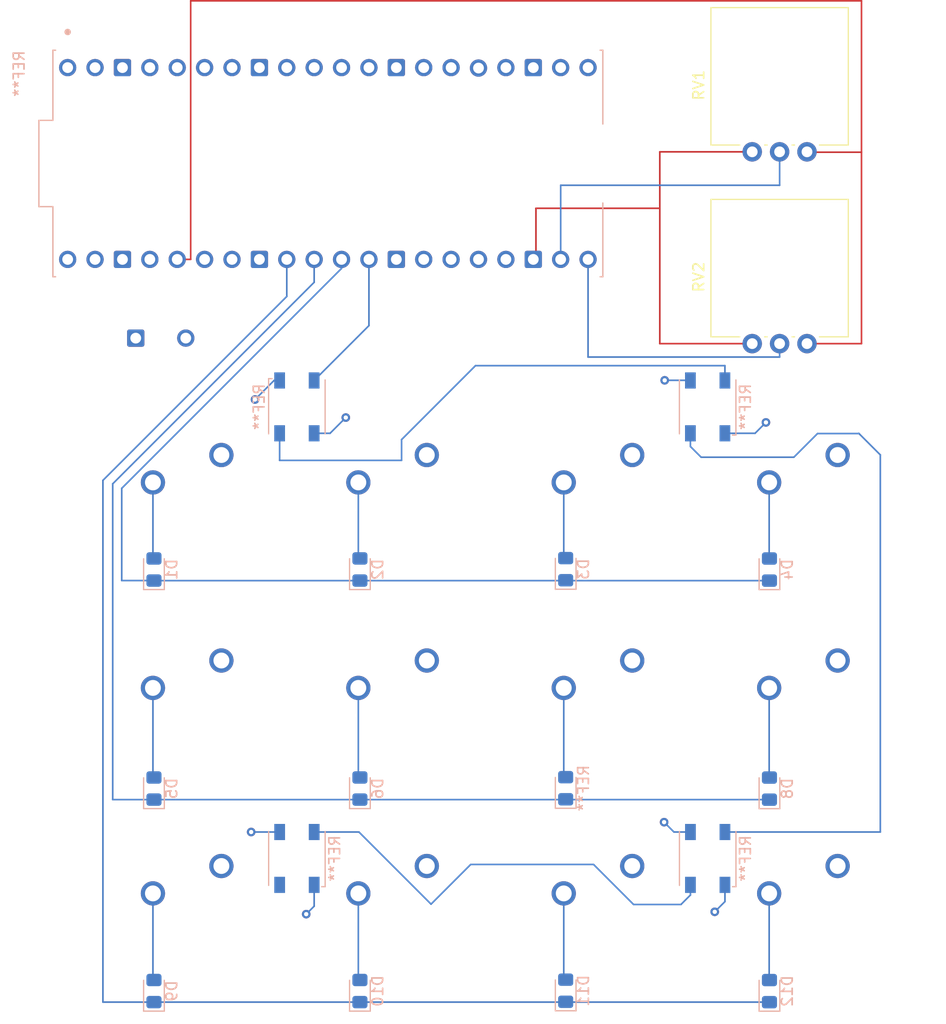
<source format=kicad_pcb>
(kicad_pcb (version 20221018) (generator pcbnew)
  (layers (0 "F.Cu" signal) (1 "In1.Cu" signal) (2 "In2.Cu" signal) (31 "B.Cu" signal) (34 "B.Paste" user) (35 "F.Paste" user) (36 "B.SilkS" user "B.Silkscreen") (37 "F.SilkS" user "F.Silkscreen") (38 "B.Mask" user) (39 "F.Mask" user) (44 "Edge.Cuts" user))
  (net 0 "")
  (footprint "Potentiometer_THT:Potentiometer_Vishay_148-149_Single_Vertical" (layer "F.Cu") (at 167.338021 83.65344 90)
    (fp_text reference "RV2" (at 6.175 -10.04 90) (layer "F.SilkS"))
    (fp_text value "R_Potentiometer")
    (fp_line (start 0.63 -8.91) (end 0.63 -6.235) (stroke (width 0.12)) (layer "F.SilkS"))
    (fp_line (start 0.63 -8.91) (end 13.37 -8.91) (stroke (width 0.12)) (layer "F.SilkS"))
    (fp_line (start 0.63 -3.925) (end 0.63 -3.695) (stroke (width 0.12)) (layer "F.SilkS"))
    (fp_line (start 0.63 -1.384) (end 0.63 -1.155) (stroke (width 0.12)) (layer "F.SilkS"))
    (fp_line (start 0.63 1.155) (end 0.63 3.83) (stroke (width 0.12)) (layer "F.SilkS"))
    (fp_line (start 0.63 3.83) (end 13.37 3.83) (stroke (width 0.12)) (layer "F.SilkS"))
    (fp_line (start 13.37 -8.91) (end 13.37 3.83) (stroke (width 0.12)) (layer "F.SilkS"))
    (pad "1" thru_hole circle (at 0 0 90) (size 1.8 1.8) (drill 1) (layers "*.Cu" "*.Mask"))
    (pad "2" thru_hole circle (at 0 -2.54 90) (size 1.8 1.8) (drill 1) (layers "*.Cu" "*.Mask"))
    (pad "3" thru_hole circle (at 0 -5.08 90) (size 1.8 1.8) (drill 1) (layers "*.Cu" "*.Mask"))
  )
  (footprint "MX_Only:MXOnly-1U-NoLED" (layer "F.Cu") (at 110.49 118.11)
    (fp_text reference "REF**")
    (fp_text value "1U")
    (pad "" np_thru_hole circle (at -5.08 0 48.0996) (size 1.75 1.75) (drill 1.75) (layers "*.Cu" "*.Mask"))
    (pad "" np_thru_hole circle (at 0 0) (size 3.9878 3.9878) (drill 3.9878) (layers "*.Cu" "*.Mask"))
    (pad "" np_thru_hole circle (at 5.08 0 48.0996) (size 1.75 1.75) (drill 1.75) (layers "*.Cu" "*.Mask"))
    (pad "1" thru_hole circle (at -3.81 -2.54) (size 2.25 2.25) (drill 1.47) (layers "*.Cu" "*.Mask"))
    (pad "2" thru_hole circle (at 2.54 -5.08) (size 2.25 2.25) (drill 1.47) (layers "*.Cu" "*.Mask"))
  )
  (footprint "Potentiometer_THT:Potentiometer_Vishay_148-149_Single_Vertical" (layer "F.Cu") (at 167.338021 65.87344 90)
    (fp_text reference "RV1" (at 6.175 -10.04 90) (layer "F.SilkS"))
    (fp_text value "R_Potentiometer")
    (fp_line (start 0.63 -8.91) (end 0.63 -6.235) (stroke (width 0.12)) (layer "F.SilkS"))
    (fp_line (start 0.63 -8.91) (end 13.37 -8.91) (stroke (width 0.12)) (layer "F.SilkS"))
    (fp_line (start 0.63 -3.925) (end 0.63 -3.695) (stroke (width 0.12)) (layer "F.SilkS"))
    (fp_line (start 0.63 -1.384) (end 0.63 -1.155) (stroke (width 0.12)) (layer "F.SilkS"))
    (fp_line (start 0.63 1.155) (end 0.63 3.83) (stroke (width 0.12)) (layer "F.SilkS"))
    (fp_line (start 0.63 3.83) (end 13.37 3.83) (stroke (width 0.12)) (layer "F.SilkS"))
    (fp_line (start 13.37 -8.91) (end 13.37 3.83) (stroke (width 0.12)) (layer "F.SilkS"))
    (pad "1" thru_hole circle (at 0 0 90) (size 1.8 1.8) (drill 1) (layers "*.Cu" "*.Mask"))
    (pad "2" thru_hole circle (at 0 -2.54 90) (size 1.8 1.8) (drill 1) (layers "*.Cu" "*.Mask"))
    (pad "3" thru_hole circle (at 0 -5.08 90) (size 1.8 1.8) (drill 1) (layers "*.Cu" "*.Mask"))
  )
  (footprint "MX_Only:MXOnly-1U-NoLED" (layer "F.Cu") (at 167.64 118.11)
    (fp_text reference "REF**")
    (fp_text value "1U")
    (pad "" np_thru_hole circle (at -5.08 0 48.0996) (size 1.75 1.75) (drill 1.75) (layers "*.Cu" "*.Mask"))
    (pad "" np_thru_hole circle (at 0 0) (size 3.9878 3.9878) (drill 3.9878) (layers "*.Cu" "*.Mask"))
    (pad "" np_thru_hole circle (at 5.08 0 48.0996) (size 1.75 1.75) (drill 1.75) (layers "*.Cu" "*.Mask"))
    (pad "1" thru_hole circle (at -3.81 -2.54) (size 2.25 2.25) (drill 1.47) (layers "*.Cu" "*.Mask"))
    (pad "2" thru_hole circle (at 2.54 -5.08) (size 2.25 2.25) (drill 1.47) (layers "*.Cu" "*.Mask"))
  )
  (footprint "MX_Only:MXOnly-1U-NoLED" (layer "F.Cu") (at 148.59 99.06)
    (fp_text reference "REF**")
    (fp_text value "1U")
    (pad "" np_thru_hole circle (at -5.08 0 48.0996) (size 1.75 1.75) (drill 1.75) (layers "*.Cu" "*.Mask"))
    (pad "" np_thru_hole circle (at 0 0) (size 3.9878 3.9878) (drill 3.9878) (layers "*.Cu" "*.Mask"))
    (pad "" np_thru_hole circle (at 5.08 0 48.0996) (size 1.75 1.75) (drill 1.75) (layers "*.Cu" "*.Mask"))
    (pad "1" thru_hole circle (at -3.81 -2.54) (size 2.25 2.25) (drill 1.47) (layers "*.Cu" "*.Mask"))
    (pad "2" thru_hole circle (at 2.54 -5.08) (size 2.25 2.25) (drill 1.47) (layers "*.Cu" "*.Mask"))
  )
  (footprint "MX_Only:MXOnly-1U-NoLED" (layer "F.Cu") (at 167.64 137.16)
    (fp_text reference "REF**")
    (fp_text value "1U")
    (pad "" np_thru_hole circle (at -5.08 0 48.0996) (size 1.75 1.75) (drill 1.75) (layers "*.Cu" "*.Mask"))
    (pad "" np_thru_hole circle (at 0 0) (size 3.9878 3.9878) (drill 3.9878) (layers "*.Cu" "*.Mask"))
    (pad "" np_thru_hole circle (at 5.08 0 48.0996) (size 1.75 1.75) (drill 1.75) (layers "*.Cu" "*.Mask"))
    (pad "1" thru_hole circle (at -3.81 -2.54) (size 2.25 2.25) (drill 1.47) (layers "*.Cu" "*.Mask"))
    (pad "2" thru_hole circle (at 2.54 -5.08) (size 2.25 2.25) (drill 1.47) (layers "*.Cu" "*.Mask"))
  )
  (footprint "MX_Only:MXOnly-1U-NoLED" (layer "F.Cu") (at 129.54 118.11)
    (fp_text reference "REF**")
    (fp_text value "1U")
    (pad "" np_thru_hole circle (at -5.08 0 48.0996) (size 1.75 1.75) (drill 1.75) (layers "*.Cu" "*.Mask"))
    (pad "" np_thru_hole circle (at 0 0) (size 3.9878 3.9878) (drill 3.9878) (layers "*.Cu" "*.Mask"))
    (pad "" np_thru_hole circle (at 5.08 0 48.0996) (size 1.75 1.75) (drill 1.75) (layers "*.Cu" "*.Mask"))
    (pad "1" thru_hole circle (at -3.81 -2.54) (size 2.25 2.25) (drill 1.47) (layers "*.Cu" "*.Mask"))
    (pad "2" thru_hole circle (at 2.54 -5.08) (size 2.25 2.25) (drill 1.47) (layers "*.Cu" "*.Mask"))
  )
  (footprint "MX_Only:MXOnly-1U-NoLED" (layer "F.Cu") (at 148.59 137.16)
    (fp_text reference "REF**")
    (fp_text value "1U")
    (pad "" np_thru_hole circle (at -5.08 0 48.0996) (size 1.75 1.75) (drill 1.75) (layers "*.Cu" "*.Mask"))
    (pad "" np_thru_hole circle (at 0 0) (size 3.9878 3.9878) (drill 3.9878) (layers "*.Cu" "*.Mask"))
    (pad "" np_thru_hole circle (at 5.08 0 48.0996) (size 1.75 1.75) (drill 1.75) (layers "*.Cu" "*.Mask"))
    (pad "1" thru_hole circle (at -3.81 -2.54) (size 2.25 2.25) (drill 1.47) (layers "*.Cu" "*.Mask"))
    (pad "2" thru_hole circle (at 2.54 -5.08) (size 2.25 2.25) (drill 1.47) (layers "*.Cu" "*.Mask"))
  )
  (footprint "MX_Only:MXOnly-1U-NoLED" (layer "F.Cu") (at 167.64 99.06)
    (fp_text reference "REF**")
    (fp_text value "1U")
    (pad "" np_thru_hole circle (at -5.08 0 48.0996) (size 1.75 1.75) (drill 1.75) (layers "*.Cu" "*.Mask"))
    (pad "" np_thru_hole circle (at 0 0) (size 3.9878 3.9878) (drill 3.9878) (layers "*.Cu" "*.Mask"))
    (pad "" np_thru_hole circle (at 5.08 0 48.0996) (size 1.75 1.75) (drill 1.75) (layers "*.Cu" "*.Mask"))
    (pad "1" thru_hole circle (at -3.81 -2.54) (size 2.25 2.25) (drill 1.47) (layers "*.Cu" "*.Mask"))
    (pad "2" thru_hole circle (at 2.54 -5.08) (size 2.25 2.25) (drill 1.47) (layers "*.Cu" "*.Mask"))
  )
  (footprint "" (layer "F.Cu") (at 109.726565 83.141429)
    (fp_text reference "" (at 0 0) (layer "F.SilkS") (effects (font (size 1.27 1.27))))
    (fp_text value "" (at 0 0) (layer "F.SilkS") (effects (font (size 1.27 1.27))))
    (pad "3" thru_hole circle (at 0 0 270) (size 1.6 1.6) (drill 1) (layers "*.Cu" "*.Mask"))
  )
  (footprint "" (layer "F.Cu") (at 105.085816 83.144984)
    (fp_text reference "" (at 0 0) (layer "F.SilkS") (effects (font (size 1.27 1.27))))
    (fp_text value "" (at 0 0) (layer "F.SilkS") (effects (font (size 1.27 1.27))))
    (pad "1" thru_hole roundrect (at 0 0 270) (size 1.6 1.6) (drill 1) (layers "*.Cu" "*.Mask") (roundrect_rratio 0.125))
  )
  (footprint "MX_Only:MXOnly-1U-NoLED" (layer "F.Cu") (at 110.49 99.06)
    (fp_text reference "M1")
    (fp_text value "1U")
    (pad "" np_thru_hole circle (at -5.08 0 48.0996) (size 1.75 1.75) (drill 1.75) (layers "*.Cu" "*.Mask"))
    (pad "" np_thru_hole circle (at 0 0) (size 3.9878 3.9878) (drill 3.9878) (layers "*.Cu" "*.Mask"))
    (pad "" np_thru_hole circle (at 5.08 0 48.0996) (size 1.75 1.75) (drill 1.75) (layers "*.Cu" "*.Mask"))
    (pad "1" thru_hole circle (at -3.81 -2.54) (size 2.25 2.25) (drill 1.47) (layers "*.Cu" "*.Mask"))
    (pad "2" thru_hole circle (at 2.54 -5.08) (size 2.25 2.25) (drill 1.47) (layers "*.Cu" "*.Mask"))
  )
  (footprint "MX_Only:MXOnly-1U-NoLED" (layer "F.Cu") (at 129.54 99.06)
    (fp_text reference "REF**")
    (fp_text value "1U")
    (pad "" np_thru_hole circle (at -5.08 0 48.0996) (size 1.75 1.75) (drill 1.75) (layers "*.Cu" "*.Mask"))
    (pad "" np_thru_hole circle (at 0 0) (size 3.9878 3.9878) (drill 3.9878) (layers "*.Cu" "*.Mask"))
    (pad "" np_thru_hole circle (at 5.08 0 48.0996) (size 1.75 1.75) (drill 1.75) (layers "*.Cu" "*.Mask"))
    (pad "1" thru_hole circle (at -3.81 -2.54) (size 2.25 2.25) (drill 1.47) (layers "*.Cu" "*.Mask"))
    (pad "2" thru_hole circle (at 2.54 -5.08) (size 2.25 2.25) (drill 1.47) (layers "*.Cu" "*.Mask"))
  )
  (footprint "MX_Only:MXOnly-1U-NoLED" (layer "F.Cu") (at 148.59 118.11)
    (fp_text reference "D7")
    (fp_text value "1U")
    (pad "" np_thru_hole circle (at -5.08 0 48.0996) (size 1.75 1.75) (drill 1.75) (layers "*.Cu" "*.Mask"))
    (pad "" np_thru_hole circle (at 0 0) (size 3.9878 3.9878) (drill 3.9878) (layers "*.Cu" "*.Mask"))
    (pad "" np_thru_hole circle (at 5.08 0 48.0996) (size 1.75 1.75) (drill 1.75) (layers "*.Cu" "*.Mask"))
    (pad "1" thru_hole circle (at -3.81 -2.54) (size 2.25 2.25) (drill 1.47) (layers "*.Cu" "*.Mask"))
    (pad "2" thru_hole circle (at 2.54 -5.08) (size 2.25 2.25) (drill 1.47) (layers "*.Cu" "*.Mask"))
  )
  (footprint "MX_Only:MXOnly-1U-NoLED" (layer "F.Cu") (at 129.54 137.16)
    (fp_text reference "REF**")
    (fp_text value "1U")
    (pad "" np_thru_hole circle (at -5.08 0 48.0996) (size 1.75 1.75) (drill 1.75) (layers "*.Cu" "*.Mask"))
    (pad "" np_thru_hole circle (at 0 0) (size 3.9878 3.9878) (drill 3.9878) (layers "*.Cu" "*.Mask"))
    (pad "" np_thru_hole circle (at 5.08 0 48.0996) (size 1.75 1.75) (drill 1.75) (layers "*.Cu" "*.Mask"))
    (pad "1" thru_hole circle (at -3.81 -2.54) (size 2.25 2.25) (drill 1.47) (layers "*.Cu" "*.Mask"))
    (pad "2" thru_hole circle (at 2.54 -5.08) (size 2.25 2.25) (drill 1.47) (layers "*.Cu" "*.Mask"))
  )
  (footprint "MX_Only:MXOnly-1U-NoLED" (layer "F.Cu") (at 110.49 137.16)
    (fp_text reference "REF**")
    (fp_text value "1U")
    (pad "" np_thru_hole circle (at -5.08 0 48.0996) (size 1.75 1.75) (drill 1.75) (layers "*.Cu" "*.Mask"))
    (pad "" np_thru_hole circle (at 0 0) (size 3.9878 3.9878) (drill 3.9878) (layers "*.Cu" "*.Mask"))
    (pad "" np_thru_hole circle (at 5.08 0 48.0996) (size 1.75 1.75) (drill 1.75) (layers "*.Cu" "*.Mask"))
    (pad "1" thru_hole circle (at -3.81 -2.54) (size 2.25 2.25) (drill 1.47) (layers "*.Cu" "*.Mask"))
    (pad "2" thru_hole circle (at 2.54 -5.08) (size 2.25 2.25) (drill 1.47) (layers "*.Cu" "*.Mask"))
  )
  (footprint "Diode_SMD:D_0805_2012Metric_Pad1.15x1.40mm_HandSolder" (layer "B.Cu") (at 125.876951 143.672317 90)
    (fp_text reference "D10" (at 0 1.65 90) (layer "B.SilkS") (effects (justify mirror)))
    (fp_text value "D10")
    (fp_line (start -1.86 -0.96) (end 1 -0.96) (stroke (width 0.12)) (layer "B.SilkS"))
    (fp_line (start -1.86 0.96) (end -1.86 -0.96) (stroke (width 0.12)) (layer "B.SilkS"))
    (fp_line (start 1 0.96) (end -1.86 0.96) (stroke (width 0.12)) (layer "B.SilkS"))
    (pad "1" smd roundrect (at -1.025 0 90) (size 1.15 1.4) (layers "B.Cu" "B.Paste" "B.Mask") (roundrect_rratio 0.217391))
    (pad "2" smd roundrect (at 1.025 0 90) (size 1.15 1.4) (layers "B.Cu" "B.Paste" "B.Mask") (roundrect_rratio 0.217391))
  )
  (footprint "Diode_SMD:D_0805_2012Metric_Pad1.15x1.40mm_HandSolder" (layer "B.Cu") (at 163.85655 124.905392 90)
    (fp_text reference "D8" (at 0 1.65 90) (layer "B.SilkS") (effects (justify mirror)))
    (fp_text value "D8")
    (fp_line (start -1.86 -0.96) (end 1 -0.96) (stroke (width 0.12)) (layer "B.SilkS"))
    (fp_line (start -1.86 0.96) (end -1.86 -0.96) (stroke (width 0.12)) (layer "B.SilkS"))
    (fp_line (start 1 0.96) (end -1.86 0.96) (stroke (width 0.12)) (layer "B.SilkS"))
    (pad "1" smd roundrect (at -1.025 0 90) (size 1.15 1.4) (layers "B.Cu" "B.Paste" "B.Mask") (roundrect_rratio 0.217391))
    (pad "2" smd roundrect (at 1.025 0 90) (size 1.15 1.4) (layers "B.Cu" "B.Paste" "B.Mask") (roundrect_rratio 0.217391))
  )
  (footprint "LED_SMD:LED_Inolux_IN-PI554FCH_PLCC4_5.0x5.0mm_P3.2mm" (layer "B.Cu") (at 158.126163 89.517807 90)
    (fp_text reference "REF**" (at 0 3.5 90) (layer "B.SilkS") (effects (justify mirror)))
    (fp_text value "LED2")
    (fp_line (start -2.62 2.3) (end -2.62 2.62) (stroke (width 0.12)) (layer "B.SilkS"))
    (fp_line (start -2.62 2.62) (end 2.5 2.62) (stroke (width 0.12)) (layer "B.SilkS"))
    (fp_line (start -2.5 -2.62) (end 2.5 -2.62) (stroke (width 0.12)) (layer "B.SilkS"))
    (pad "1" smd rect (at -2.45 1.6 90) (size 1.5 1) (layers "B.Cu" "B.Paste" "B.Mask"))
    (pad "2" smd rect (at -2.45 -1.6 90) (size 1.5 1) (layers "B.Cu" "B.Paste" "B.Mask"))
    (pad "3" smd rect (at 2.45 -1.6 90) (size 1.5 1) (layers "B.Cu" "B.Paste" "B.Mask"))
    (pad "4" smd rect (at 2.45 1.6 90) (size 1.5 1) (layers "B.Cu" "B.Paste" "B.Mask"))
  )
  (footprint "Diode_SMD:D_0805_2012Metric_Pad1.15x1.40mm_HandSolder" (layer "B.Cu") (at 144.958845 143.641934 90)
    (fp_text reference "D11" (at 0 1.65 90) (layer "B.SilkS") (effects (justify mirror)))
    (fp_text value "D11")
    (fp_line (start -1.86 -0.96) (end 1 -0.96) (stroke (width 0.12)) (layer "B.SilkS"))
    (fp_line (start -1.86 0.96) (end -1.86 -0.96) (stroke (width 0.12)) (layer "B.SilkS"))
    (fp_line (start 1 0.96) (end -1.86 0.96) (stroke (width 0.12)) (layer "B.SilkS"))
    (pad "1" smd roundrect (at -1.025 0 90) (size 1.15 1.4) (layers "B.Cu" "B.Paste" "B.Mask") (roundrect_rratio 0.217391))
    (pad "2" smd roundrect (at 1.025 0 90) (size 1.15 1.4) (layers "B.Cu" "B.Paste" "B.Mask") (roundrect_rratio 0.217391))
  )
  (footprint "Raspberry_Pi_Pico_W_Kicad_Files:MODULE_SC0918" (layer "B.Cu") (at 122.903912 66.955384 -90)
    (fp_text reference "REF**" (at -8.325 28.635 90) (layer "B.SilkS") (effects (justify mirror)))
    (fp_text value "MODULE_SC0918")
    (fp_line (start -10.5 -25.5) (end -10.5 -25.25) (stroke (width 0.127)) (layer "B.SilkS"))
    (fp_line (start -10.5 25.25) (end -10.5 25.5) (stroke (width 0.127)) (layer "B.SilkS"))
    (fp_line (start -10.5 25.5) (end -4 25.5) (stroke (width 0.127)) (layer "B.SilkS"))
    (fp_line (start -4 25.5) (end -4 26.8) (stroke (width 0.127)) (layer "B.SilkS"))
    (fp_line (start -4 26.8) (end 4 26.8) (stroke (width 0.127)) (layer "B.SilkS"))
    (fp_line (start -3.66 -25.5) (end -10.5 -25.5) (stroke (width 0.127)) (layer "B.SilkS"))
    (fp_line (start 4 25.5) (end 10.5 25.5) (stroke (width 0.127)) (layer "B.SilkS"))
    (fp_line (start 4 26.8) (end 4 25.5) (stroke (width 0.127)) (layer "B.SilkS"))
    (fp_line (start 10.5 -25.5) (end 3.66 -25.5) (stroke (width 0.127)) (layer "B.SilkS"))
    (fp_line (start 10.5 -25.5) (end 10.5 -25.25) (stroke (width 0.127)) (layer "B.SilkS"))
    (fp_line (start 10.5 25.5) (end 10.5 25.25) (stroke (width 0.127)) (layer "B.SilkS"))
    (fp_circle (center -12.19 24.13) (end -11.99 24.13) (stroke (width 0.2)) (fill solid) (layer "B.SilkS"))
    (pad "1" thru_hole circle (at -8.89 24.13 270) (size 1.6 1.6) (drill 1) (layers "*.Cu" "*.Mask"))
    (pad "2" thru_hole circle (at -8.89 21.59 270) (size 1.6 1.6) (drill 1) (layers "*.Cu" "*.Mask"))
    (pad "3" thru_hole roundrect (at -8.89 19.05 270) (size 1.6 1.6) (drill 1) (layers "*.Cu" "*.Mask") (roundrect_rratio 0.125))
    (pad "4" thru_hole circle (at -8.89 16.51 270) (size 1.6 1.6) (drill 1) (layers "*.Cu" "*.Mask"))
    (pad "5" thru_hole circle (at -8.89 13.97 270) (size 1.6 1.6) (drill 1) (layers "*.Cu" "*.Mask"))
    (pad "6" thru_hole circle (at -8.89 11.43 270) (size 1.6 1.6) (drill 1) (layers "*.Cu" "*.Mask"))
    (pad "7" thru_hole circle (at -8.89 8.89 270) (size 1.6 1.6) (drill 1) (layers "*.Cu" "*.Mask"))
    (pad "8" thru_hole roundrect (at -8.89 6.35 270) (size 1.6 1.6) (drill 1) (layers "*.Cu" "*.Mask") (roundrect_rratio 0.125))
    (pad "9" thru_hole circle (at -8.89 3.81 270) (size 1.6 1.6) (drill 1) (layers "*.Cu" "*.Mask"))
    (pad "10" thru_hole circle (at -8.89 1.27 270) (size 1.6 1.6) (drill 1) (layers "*.Cu" "*.Mask"))
    (pad "11" thru_hole circle (at -8.89 -1.27 270) (size 1.6 1.6) (drill 1) (layers "*.Cu" "*.Mask"))
    (pad "12" thru_hole circle (at -8.89 -3.81 270) (size 1.6 1.6) (drill 1) (layers "*.Cu" "*.Mask"))
    (pad "13" thru_hole roundrect (at -8.89 -6.35 270) (size 1.6 1.6) (drill 1) (layers "*.Cu" "*.Mask") (roundrect_rratio 0.125))
    (pad "14" thru_hole circle (at -8.89 -8.89 270) (size 1.6 1.6) (drill 1) (layers "*.Cu" "*.Mask"))
    (pad "15" thru_hole circle (at -8.89 -11.43 270) (size 1.6 1.6) (drill 1) (layers "*.Cu" "*.Mask"))
    (pad "16" thru_hole circle (at -8.848119 -13.97 270) (size 1.6 1.6) (drill 1) (layers "*.Cu" "*.Mask"))
    (pad "17" thru_hole circle (at -8.89 -16.51 270) (size 1.6 1.6) (drill 1) (layers "*.Cu" "*.Mask"))
    (pad "18" thru_hole roundrect (at -8.89 -19.05 270) (size 1.6 1.6) (drill 1) (layers "*.Cu" "*.Mask") (roundrect_rratio 0.125))
    (pad "19" thru_hole circle (at -8.89 -21.59 270) (size 1.6 1.6) (drill 1) (layers "*.Cu" "*.Mask"))
    (pad "20" thru_hole circle (at -8.89 -24.13 270) (size 1.6 1.6) (drill 1) (layers "*.Cu" "*.Mask"))
    (pad "21" thru_hole circle (at 8.89 -24.13 270) (size 1.6 1.6) (drill 1) (layers "*.Cu" "*.Mask"))
    (pad "22" thru_hole circle (at 8.89 -21.59 270) (size 1.6 1.6) (drill 1) (layers "*.Cu" "*.Mask"))
    (pad "23" thru_hole roundrect (at 8.89 -19.05 270) (size 1.6 1.6) (drill 1) (layers "*.Cu" "*.Mask") (roundrect_rratio 0.125))
    (pad "24" thru_hole circle (at 8.89 -16.51 270) (size 1.6 1.6) (drill 1) (layers "*.Cu" "*.Mask"))
    (pad "25" thru_hole circle (at 8.89 -13.97 270) (size 1.6 1.6) (drill 1) (layers "*.Cu" "*.Mask"))
    (pad "26" thru_hole circle (at 8.89 -11.43 270) (size 1.6 1.6) (drill 1) (layers "*.Cu" "*.Mask"))
    (pad "27" thru_hole circle (at 8.89 -8.89 270) (size 1.6 1.6) (drill 1) (layers "*.Cu" "*.Mask"))
    (pad "28" thru_hole roundrect (at 8.89 -6.35 270) (size 1.6 1.6) (drill 1) (layers "*.Cu" "*.Mask") (roundrect_rratio 0.125))
    (pad "29" thru_hole circle (at 8.89 -3.81 270) (size 1.6 1.6) (drill 1) (layers "*.Cu" "*.Mask"))
    (pad "30" thru_hole circle (at 8.89 -1.27 270) (size 1.6 1.6) (drill 1) (layers "*.Cu" "*.Mask"))
    (pad "31" thru_hole circle (at 8.89 1.27 270) (size 1.6 1.6) (drill 1) (layers "*.Cu" "*.Mask"))
    (pad "32" thru_hole circle (at 8.89 3.81 270) (size 1.6 1.6) (drill 1) (layers "*.Cu" "*.Mask"))
    (pad "33" thru_hole roundrect (at 8.89 6.35 270) (size 1.6 1.6) (drill 1) (layers "*.Cu" "*.Mask") (roundrect_rratio 0.125))
    (pad "34" thru_hole circle (at 8.89 8.89 270) (size 1.6 1.6) (drill 1) (layers "*.Cu" "*.Mask"))
    (pad "35" thru_hole circle (at 8.89 11.43 270) (size 1.6 1.6) (drill 1) (layers "*.Cu" "*.Mask"))
    (pad "36" thru_hole circle (at 8.89 13.97 270) (size 1.6 1.6) (drill 1) (layers "*.Cu" "*.Mask"))
    (pad "37" thru_hole circle (at 8.89 16.51 270) (size 1.6 1.6) (drill 1) (layers "*.Cu" "*.Mask"))
    (pad "38" thru_hole roundrect (at 8.89 19.05 270) (size 1.6 1.6) (drill 1) (layers "*.Cu" "*.Mask") (roundrect_rratio 0.125))
    (pad "39" thru_hole circle (at 8.89 21.59 270) (size 1.6 1.6) (drill 1) (layers "*.Cu" "*.Mask"))
    (pad "40" thru_hole circle (at 8.89 24.13 270) (size 1.6 1.6) (drill 1) (layers "*.Cu" "*.Mask"))
  )
  (footprint "Diode_SMD:D_0805_2012Metric_Pad1.15x1.40mm_HandSolder" (layer "B.Cu") (at 125.876951 124.898938 90)
    (fp_text reference "D6" (at 0 1.65 90) (layer "B.SilkS") (effects (justify mirror)))
    (fp_text value "D6")
    (fp_line (start -1.86 -0.96) (end 1 -0.96) (stroke (width 0.12)) (layer "B.SilkS"))
    (fp_line (start -1.86 0.96) (end -1.86 -0.96) (stroke (width 0.12)) (layer "B.SilkS"))
    (fp_line (start 1 0.96) (end -1.86 0.96) (stroke (width 0.12)) (layer "B.SilkS"))
    (pad "1" smd roundrect (at -1.025 0 90) (size 1.15 1.4) (layers "B.Cu" "B.Paste" "B.Mask") (roundrect_rratio 0.217391))
    (pad "2" smd roundrect (at 1.025 0 90) (size 1.15 1.4) (layers "B.Cu" "B.Paste" "B.Mask") (roundrect_rratio 0.217391))
  )
  (footprint "Diode_SMD:D_0805_2012Metric_Pad1.15x1.40mm_HandSolder" (layer "B.Cu") (at 106.776639 124.898938 90)
    (fp_text reference "D5" (at 0 1.65 90) (layer "B.SilkS") (effects (justify mirror)))
    (fp_text value "D5")
    (fp_line (start -1.86 -0.96) (end 1 -0.96) (stroke (width 0.12)) (layer "B.SilkS"))
    (fp_line (start -1.86 0.96) (end -1.86 -0.96) (stroke (width 0.12)) (layer "B.SilkS"))
    (fp_line (start 1 0.96) (end -1.86 0.96) (stroke (width 0.12)) (layer "B.SilkS"))
    (pad "1" smd roundrect (at -1.025 0 90) (size 1.15 1.4) (layers "B.Cu" "B.Paste" "B.Mask") (roundrect_rratio 0.217391))
    (pad "2" smd roundrect (at 1.025 0 90) (size 1.15 1.4) (layers "B.Cu" "B.Paste" "B.Mask") (roundrect_rratio 0.217391))
  )
  (footprint "Diode_SMD:D_0805_2012Metric_Pad1.15x1.40mm_HandSolder" (layer "B.Cu") (at 144.958845 104.562249 90)
    (fp_text reference "D3" (at 0 1.65 90) (layer "B.SilkS") (effects (justify mirror)))
    (fp_text value "D3")
    (fp_line (start -1.86 -0.96) (end 1 -0.96) (stroke (width 0.12)) (layer "B.SilkS"))
    (fp_line (start -1.86 0.96) (end -1.86 -0.96) (stroke (width 0.12)) (layer "B.SilkS"))
    (fp_line (start 1 0.96) (end -1.86 0.96) (stroke (width 0.12)) (layer "B.SilkS"))
    (pad "1" smd roundrect (at -1.025 0 90) (size 1.15 1.4) (layers "B.Cu" "B.Paste" "B.Mask") (roundrect_rratio 0.217391))
    (pad "2" smd roundrect (at 1.025 0 90) (size 1.15 1.4) (layers "B.Cu" "B.Paste" "B.Mask") (roundrect_rratio 0.217391))
  )
  (footprint "LED_SMD:LED_Inolux_IN-PI554FCH_PLCC4_5.0x5.0mm_P3.2mm" (layer "B.Cu") (at 120.03341 131.378548 90)
    (fp_text reference "REF**" (at 0 3.5 90) (layer "B.SilkS") (effects (justify mirror)))
    (fp_text value "LED")
    (fp_line (start -2.62 2.3) (end -2.62 2.62) (stroke (width 0.12)) (layer "B.SilkS"))
    (fp_line (start -2.62 2.62) (end 2.5 2.62) (stroke (width 0.12)) (layer "B.SilkS"))
    (fp_line (start -2.5 -2.62) (end 2.5 -2.62) (stroke (width 0.12)) (layer "B.SilkS"))
    (pad "1" smd rect (at -2.45 1.6 90) (size 1.5 1) (layers "B.Cu" "B.Paste" "B.Mask"))
    (pad "2" smd rect (at -2.45 -1.6 90) (size 1.5 1) (layers "B.Cu" "B.Paste" "B.Mask"))
    (pad "3" smd rect (at 2.45 -1.6 90) (size 1.5 1) (layers "B.Cu" "B.Paste" "B.Mask"))
    (pad "4" smd rect (at 2.45 1.6 90) (size 1.5 1) (layers "B.Cu" "B.Paste" "B.Mask"))
  )
  (footprint "Diode_SMD:D_0805_2012Metric_Pad1.15x1.40mm_HandSolder" (layer "B.Cu") (at 125.876951 104.592632 90)
    (fp_text reference "D2" (at 0 1.65 90) (layer "B.SilkS") (effects (justify mirror)))
    (fp_text value "D2")
    (fp_line (start -1.86 -0.96) (end 1 -0.96) (stroke (width 0.12)) (layer "B.SilkS"))
    (fp_line (start -1.86 0.96) (end -1.86 -0.96) (stroke (width 0.12)) (layer "B.SilkS"))
    (fp_line (start 1 0.96) (end -1.86 0.96) (stroke (width 0.12)) (layer "B.SilkS"))
    (pad "1" smd roundrect (at -1.025 0 90) (size 1.15 1.4) (layers "B.Cu" "B.Paste" "B.Mask") (roundrect_rratio 0.217391))
    (pad "2" smd roundrect (at 1.025 0 90) (size 1.15 1.4) (layers "B.Cu" "B.Paste" "B.Mask") (roundrect_rratio 0.217391))
  )
  (footprint "Diode_SMD:D_0805_2012Metric_Pad1.15x1.40mm_HandSolder" (layer "B.Cu") (at 106.776639 104.592632 90)
    (fp_text reference "D1" (at 0 1.65 90) (layer "B.SilkS") (effects (justify mirror)))
    (fp_text value "D1")
    (fp_line (start -1.86 -0.96) (end 1 -0.96) (stroke (width 0.12)) (layer "B.SilkS"))
    (fp_line (start -1.86 0.96) (end -1.86 -0.96) (stroke (width 0.12)) (layer "B.SilkS"))
    (fp_line (start 1 0.96) (end -1.86 0.96) (stroke (width 0.12)) (layer "B.SilkS"))
    (pad "1" smd roundrect (at -1.025 0 90) (size 1.15 1.4) (layers "B.Cu" "B.Paste" "B.Mask") (roundrect_rratio 0.217391))
    (pad "2" smd roundrect (at 1.025 0 90) (size 1.15 1.4) (layers "B.Cu" "B.Paste" "B.Mask") (roundrect_rratio 0.217391))
  )
  (footprint "LED_SMD:LED_Inolux_IN-PI554FCH_PLCC4_5.0x5.0mm_P3.2mm" (layer "B.Cu") (at 120.030127 89.517807 -90)
    (fp_text reference "REF**" (at 0 3.5 90) (layer "B.SilkS") (effects (justify mirror)))
    (fp_text value "LED1")
    (fp_line (start -2.62 2.3) (end -2.62 2.62) (stroke (width 0.12)) (layer "B.SilkS"))
    (fp_line (start -2.62 2.62) (end 2.5 2.62) (stroke (width 0.12)) (layer "B.SilkS"))
    (fp_line (start -2.5 -2.62) (end 2.5 -2.62) (stroke (width 0.12)) (layer "B.SilkS"))
    (pad "1" smd rect (at -2.45 1.6 270) (size 1.5 1) (layers "B.Cu" "B.Paste" "B.Mask"))
    (pad "2" smd rect (at -2.45 -1.6 270) (size 1.5 1) (layers "B.Cu" "B.Paste" "B.Mask"))
    (pad "3" smd rect (at 2.45 -1.6 270) (size 1.5 1) (layers "B.Cu" "B.Paste" "B.Mask"))
    (pad "4" smd rect (at 2.45 1.6 270) (size 1.5 1) (layers "B.Cu" "B.Paste" "B.Mask"))
  )
  (footprint "Diode_SMD:D_0805_2012Metric_Pad1.15x1.40mm_HandSolder" (layer "B.Cu") (at 163.85655 143.678771 90)
    (fp_text reference "D12" (at 0 1.65 90) (layer "B.SilkS") (effects (justify mirror)))
    (fp_text value "D12.")
    (fp_line (start -1.86 -0.96) (end 1 -0.96) (stroke (width 0.12)) (layer "B.SilkS"))
    (fp_line (start -1.86 0.96) (end -1.86 -0.96) (stroke (width 0.12)) (layer "B.SilkS"))
    (fp_line (start 1 0.96) (end -1.86 0.96) (stroke (width 0.12)) (layer "B.SilkS"))
    (pad "1" smd roundrect (at -1.025 0 90) (size 1.15 1.4) (layers "B.Cu" "B.Paste" "B.Mask") (roundrect_rratio 0.217391))
    (pad "2" smd roundrect (at 1.025 0 90) (size 1.15 1.4) (layers "B.Cu" "B.Paste" "B.Mask") (roundrect_rratio 0.217391))
  )
  (footprint "Diode_SMD:D_0805_2012Metric_Pad1.15x1.40mm_HandSolder" (layer "B.Cu") (at 163.85655 104.599086 90)
    (fp_text reference "D4" (at 0 1.65 90) (layer "B.SilkS") (effects (justify mirror)))
    (fp_text value "D4")
    (fp_line (start -1.86 -0.96) (end 1 -0.96) (stroke (width 0.12)) (layer "B.SilkS"))
    (fp_line (start -1.86 0.96) (end -1.86 -0.96) (stroke (width 0.12)) (layer "B.SilkS"))
    (fp_line (start 1 0.96) (end -1.86 0.96) (stroke (width 0.12)) (layer "B.SilkS"))
    (pad "1" smd roundrect (at -1.025 0 90) (size 1.15 1.4) (layers "B.Cu" "B.Paste" "B.Mask") (roundrect_rratio 0.217391))
    (pad "2" smd roundrect (at 1.025 0 90) (size 1.15 1.4) (layers "B.Cu" "B.Paste" "B.Mask") (roundrect_rratio 0.217391))
  )
  (footprint "Diode_SMD:D_0805_2012Metric_Pad1.15x1.40mm_HandSolder" (layer "B.Cu") (at 106.776639 143.672317 90)
    (fp_text reference "D9" (at 0 1.65 90) (layer "B.SilkS") (effects (justify mirror)))
    (fp_text value "D9")
    (fp_line (start -1.86 -0.96) (end 1 -0.96) (stroke (width 0.12)) (layer "B.SilkS"))
    (fp_line (start -1.86 0.96) (end -1.86 -0.96) (stroke (width 0.12)) (layer "B.SilkS"))
    (fp_line (start 1 0.96) (end -1.86 0.96) (stroke (width 0.12)) (layer "B.SilkS"))
    (pad "1" smd roundrect (at -1.025 0 90) (size 1.15 1.4) (layers "B.Cu" "B.Paste" "B.Mask") (roundrect_rratio 0.217391))
    (pad "2" smd roundrect (at 1.025 0 90) (size 1.15 1.4) (layers "B.Cu" "B.Paste" "B.Mask") (roundrect_rratio 0.217391))
  )
  (footprint "Diode_SMD:D_0805_2012Metric_Pad1.15x1.40mm_HandSolder" (layer "B.Cu") (at 144.958845 124.868555 90)
    (fp_text reference "REF**" (at 0 1.65 90) (layer "B.SilkS") (effects (justify mirror)))
    (fp_text value "D7")
    (fp_line (start -1.86 -0.96) (end 1 -0.96) (stroke (width 0.12)) (layer "B.SilkS"))
    (fp_line (start -1.86 0.96) (end -1.86 -0.96) (stroke (width 0.12)) (layer "B.SilkS"))
    (fp_line (start 1 0.96) (end -1.86 0.96) (stroke (width 0.12)) (layer "B.SilkS"))
    (pad "1" smd roundrect (at -1.025 0 90) (size 1.15 1.4) (layers "B.Cu" "B.Paste" "B.Mask") (roundrect_rratio 0.217391))
    (pad "2" smd roundrect (at 1.025 0 90) (size 1.15 1.4) (layers "B.Cu" "B.Paste" "B.Mask") (roundrect_rratio 0.217391))
  )
  (footprint "LED_SMD:LED_Inolux_IN-PI554FCH_PLCC4_5.0x5.0mm_P3.2mm" (layer "B.Cu") (at 158.129446 131.378548 90)
    (fp_text reference "REF**" (at 0 3.5 90) (layer "B.SilkS") (effects (justify mirror)))
    (fp_text value "LED3")
    (fp_line (start -2.62 2.3) (end -2.62 2.62) (stroke (width 0.12)) (layer "B.SilkS"))
    (fp_line (start -2.62 2.62) (end 2.5 2.62) (stroke (width 0.12)) (layer "B.SilkS"))
    (fp_line (start -2.5 -2.62) (end 2.5 -2.62) (stroke (width 0.12)) (layer "B.SilkS"))
    (pad "1" smd rect (at -2.45 1.6 90) (size 1.5 1) (layers "B.Cu" "B.Paste" "B.Mask"))
    (pad "2" smd rect (at -2.45 -1.6 90) (size 1.5 1) (layers "B.Cu" "B.Paste" "B.Mask"))
    (pad "3" smd rect (at 2.45 -1.6 90) (size 1.5 1) (layers "B.Cu" "B.Paste" "B.Mask"))
    (pad "4" smd rect (at 2.45 1.6 90) (size 1.5 1) (layers "B.Cu" "B.Paste" "B.Mask"))
  )
  (segment (start 110.180088 75.845384) (end 108.933912 75.845384) (width 0.15) (layer "F.Cu") (net 0))
  (segment (start 110.180088 51.873164) (end 110.180088 75.845384) (width 0.15) (layer "F.Cu") (net 0))
  (segment (start 153.687931 83.65344) (end 162.258021 83.65344) (width 0.15) (layer "F.Cu") (net 0))
  (segment (start 142.200318 71.10774) (end 142.200318 75.598978) (width 0.15) (layer "F.Cu") (net 0))
  (segment (start 167.338021 83.65344) (end 172.392342 83.65344) (width 0.15) (layer "F.Cu") (net 0))
  (segment (start 164.798021 68.744057) (end 164.795744 68.746334) (width 0) (layer "F.Cu") (net 0))
  (segment (start 168.239789 65.908822) (end 172.38911 65.908822) (width 0.15) (layer "F.Cu") (net 0))
  (segment (start 153.687931 71.10774) (end 153.645856 71.149814) (width 0) (layer "F.Cu") (net 0))
  (segment (start 142.200318 75.598978) (end 141.953912 75.845384) (width 0) (layer "F.Cu") (net 0))
  (segment (start 153.687931 71.10774) (end 142.200318 71.10774) (width 0.15) (layer "F.Cu") (net 0))
  (segment (start 153.687931 65.87344) (end 153.687931 83.65344) (width 0.15) (layer "F.Cu") (net 0))
  (segment (start 172.392342 51.873164) (end 110.180088 51.873164) (width 0.15) (layer "F.Cu") (net 0))
  (segment (start 172.392342 51.873164) (end 172.392342 83.65344) (width 0.15) (layer "F.Cu") (net 0))
  (segment (start 162.258021 65.87344) (end 153.687931 65.87344) (width 0.15) (layer "F.Cu") (net 0))
  (via (at 120.89652 136.542477) (size 0.8) (drill 0.4) (layers "F.Cu" "B.Cu") (net 0))
  (via (at 163.530752 90.958028) (size 0.8) (drill 0.4) (layers "F.Cu" "B.Cu") (net 0))
  (via (at 116.147391 88.835311) (size 0.8) (drill 0.4) (layers "F.Cu" "B.Cu") (net 0))
  (via (at 115.791026 128.928548) (size 0.8) (drill 0.4) (layers "F.Cu" "B.Cu") (net 0))
  (via (at 158.781623 136.326608) (size 0.8) (drill 0.4) (layers "F.Cu" "B.Cu") (net 0))
  (via (at 154.08646 128.015631) (size 0.8) (drill 0.4) (layers "F.Cu" "B.Cu") (net 0))
  (via (at 154.140428 87.054388) (size 0.8) (drill 0.4) (layers "F.Cu" "B.Cu") (net 0))
  (via (at 124.566302 90.5083) (size 0.8) (drill 0.4) (layers "F.Cu" "B.Cu") (net 0))
  (segment (start 159.726163 87.067807) (end 159.726163 85.696007) (width 0.15) (layer "B.Cu") (net 0))
  (segment (start 156.529446 133.828548) (end 156.529446 134.768356) (width 0.15) (layer "B.Cu") (net 0))
  (segment (start 106.776639 105.617632) (end 103.786375 105.617632) (width 0.15) (layer "B.Cu") (net 0))
  (segment (start 126.713912 75.845384) (end 126.713912 81.984022) (width 0.15) (layer "B.Cu") (net 0))
  (segment (start 118.430127 94.479199) (end 118.430127 91.967807) (width 0.15) (layer "B.Cu") (net 0))
  (segment (start 144.78 123.66471) (end 144.958845 123.843555) (width 0) (layer "B.Cu") (net 0))
  (segment (start 125.73 115.57) (end 125.73 123.726987) (width 0.15) (layer "B.Cu") (net 0))
  (segment (start 119.093912 79.278369) (end 102.042699 96.329582) (width 0.15) (layer "B.Cu") (net 0))
  (segment (start 129.739569 94.479199) (end 118.430127 94.479199) (width 0.15) (layer "B.Cu") (net 0))
  (segment (start 144.78 96.52) (end 144.78 103.358404) (width 0.15) (layer "B.Cu") (net 0))
  (segment (start 164.798021 68.973338) (end 144.493912 68.973338) (width 0.15) (layer "B.Cu") (net 0))
  (segment (start 154.08646 128.015631) (end 154.999377 128.928548) (width 0.15) (layer "B.Cu") (net 0))
  (segment (start 147.542214 131.935619) (end 136.151788 131.935619) (width 0.15) (layer "B.Cu") (net 0))
  (segment (start 106.68 123.777299) (end 106.776639 123.873938) (width 0) (layer "B.Cu") (net 0))
  (segment (start 142.225102 58.405102) (end 142.24 58.42) (width 0) (layer "B.Cu") (net 0))
  (segment (start 119.093912 75.845384) (end 119.093912 79.278369) (width 0.15) (layer "B.Cu") (net 0))
  (segment (start 163.83 115.57) (end 163.83 123.853842) (width 0.15) (layer "B.Cu") (net 0))
  (segment (start 132.47228 135.615127) (end 125.785701 128.928548) (width 0.15) (layer "B.Cu") (net 0))
  (segment (start 159.726163 85.696007) (end 136.593768 85.696007) (width 0.15) (layer "B.Cu") (net 0))
  (segment (start 92.535848 91.747905) (end 92.497927 91.785826) (width 0) (layer "B.Cu") (net 0))
  (segment (start 174.139218 128.928548) (end 159.729446 128.928548) (width 0.15) (layer "B.Cu") (net 0))
  (segment (start 123.106795 91.967807) (end 124.566302 90.5083) (width 0.15) (layer "B.Cu") (net 0))
  (segment (start 102.950244 96.650942) (end 102.950244 125.923938) (width 0.15) (layer "B.Cu") (net 0))
  (segment (start 136.593768 85.696007) (end 129.739569 92.550206) (width 0.15) (layer "B.Cu") (net 0))
  (segment (start 125.73 103.420681) (end 125.876951 103.567632) (width 0) (layer "B.Cu") (net 0))
  (segment (start 163.850096 125.923938) (end 163.85655 125.930392) (width 0) (layer "B.Cu") (net 0))
  (segment (start 102.042699 144.697317) (end 106.776639 144.697317) (width 0.15) (layer "B.Cu") (net 0))
  (segment (start 154.999377 128.928548) (end 156.529446 128.928548) (width 0.15) (layer "B.Cu") (net 0))
  (segment (start 136.151788 131.935619) (end 132.47228 135.615127) (width 0.15) (layer "B.Cu") (net 0))
  (segment (start 144.493912 68.973338) (end 144.493912 75.845384) (width 0.15) (layer "B.Cu") (net 0))
  (segment (start 163.966788 103.509787) (end 163.83 103.372999) (width 0.25) (layer "B.Cu") (net 0))
  (segment (start 164.798021 65.87344) (end 164.798021 68.973338) (width 0.15) (layer "B.Cu") (net 0))
  (segment (start 129.739569 92.550206) (end 129.739569 94.479199) (width 0.15) (layer "B.Cu") (net 0))
  (segment (start 163.83 103.547536) (end 163.85655 103.574086) (width 0) (layer "B.Cu") (net 0))
  (segment (start 172.137759 91.967807) (end 172.233944 92.063992) (width 0.15) (layer "B.Cu") (net 0))
  (segment (start 125.73 96.52) (end 125.73 103.420681) (width 0.15) (layer "B.Cu") (net 0))
  (segment (start 147.033912 84.898512) (end 147.033912 75.845384) (width 0.15) (layer "B.Cu") (net 0))
  (segment (start 103.786375 97.069008) (end 124.173912 76.681471) (width 0.15) (layer "B.Cu") (net 0))
  (segment (start 125.922723 103.482158) (end 125.73 103.289435) (width 0.25) (layer "B.Cu") (net 0))
  (segment (start 164.798021 84.898512) (end 147.033912 84.898512) (width 0.15) (layer "B.Cu") (net 0))
  (segment (start 157.520968 94.184578) (end 166.119771 94.184578) (width 0.15) (layer "B.Cu") (net 0))
  (segment (start 125.73 142.500366) (end 125.876951 142.647317) (width 0) (layer "B.Cu") (net 0))
  (segment (start 163.83 134.62) (end 163.83 142.627221) (width 0.15) (layer "B.Cu") (net 0))
  (segment (start 156.526163 91.967807) (end 156.526163 93.189773) (width 0.15) (layer "B.Cu") (net 0))
  (segment (start 125.785701 128.928548) (end 121.63341 128.928548) (width 0.15) (layer "B.Cu") (net 0))
  (segment (start 180.248753 92.51612) (end 180.229207 92.535666) (width 0) (layer "B.Cu") (net 0))
  (segment (start 102.950244 125.923938) (end 106.776639 125.923938) (width 0.15) (layer "B.Cu") (net 0))
  (segment (start 106.68 103.470993) (end 106.68 96.52) (width 0.15) (layer "B.Cu") (net 0))
  (segment (start 125.73 134.62) (end 125.73 142.500366) (width 0.15) (layer "B.Cu") (net 0))
  (segment (start 151.255707 135.649112) (end 147.542214 131.935619) (width 0.15) (layer "B.Cu") (net 0))
  (segment (start 168.314444 91.989905) (end 172.159857 91.989905) (width 0.15) (layer "B.Cu") (net 0))
  (segment (start 155.64869 135.649112) (end 151.255707 135.649112) (width 0.15) (layer "B.Cu") (net 0))
  (segment (start 164.798021 83.65344) (end 164.798021 84.495073) (width 0) (layer "B.Cu") (net 0))
  (segment (start 159.726163 91.967807) (end 162.520973 91.967807) (width 0.15) (layer "B.Cu") (net 0))
  (segment (start 172.159857 91.989905) (end 172.233944 92.063992) (width 0) (layer "B.Cu") (net 0))
  (segment (start 115.791026 128.928548) (end 118.43341 128.928548) (width 0.15) (layer "B.Cu") (net 0))
  (segment (start 125.73 123.726987) (end 125.876951 123.873938) (width 0) (layer "B.Cu") (net 0))
  (segment (start 117.914895 87.067807) (end 118.430127 87.067807) (width 0.15) (layer "B.Cu") (net 0))
  (segment (start 156.512744 87.054388) (end 156.526163 87.067807) (width 0.25) (layer "B.Cu") (net 0))
  (segment (start 144.78 115.57) (end 144.78 123.66471) (width 0.15) (layer "B.Cu") (net 0))
  (segment (start 98.303194 125.930392) (end 98.286901 125.914099) (width 0) (layer "B.Cu") (net 0))
  (segment (start 124.173912 76.681471) (end 124.173912 75.845384) (width 0.15) (layer "B.Cu") (net 0))
  (segment (start 159.729446 135.378785) (end 159.729446 133.828548) (width 0.15) (layer "B.Cu") (net 0))
  (segment (start 106.785526 103.457437) (end 106.68 103.351911) (width 0.25) (layer "B.Cu") (net 0))
  (segment (start 106.783093 105.624086) (end 106.776639 105.617632) (width 0) (layer "B.Cu") (net 0))
  (segment (start 121.63341 133.828548) (end 121.63341 135.805587) (width 0.15) (layer "B.Cu") (net 0))
  (segment (start 144.78 103.358404) (end 144.958845 103.537249) (width 0) (layer "B.Cu") (net 0))
  (segment (start 166.119771 94.184578) (end 168.314444 91.989905) (width 0.15) (layer "B.Cu") (net 0))
  (segment (start 180.248753 79.232162) (end 180.235902 79.219311) (width 0) (layer "B.Cu") (net 0))
  (segment (start 121.630127 91.967807) (end 123.106795 91.967807) (width 0.15) (layer "B.Cu") (net 0))
  (segment (start 172.233944 92.063992) (end 174.139218 93.969266) (width 0.15) (layer "B.Cu") (net 0))
  (segment (start 99.227334 105.624086) (end 99.216584 105.634836) (width 0) (layer "B.Cu") (net 0))
  (segment (start 106.776639 125.923938) (end 163.850096 125.923938) (width 0.15) (layer "B.Cu") (net 0))
  (segment (start 98.286901 126.314137) (end 98.293807 126.321043) (width 0) (layer "B.Cu") (net 0))
  (segment (start 116.147391 88.835311) (end 117.914895 87.067807) (width 0.15) (layer "B.Cu") (net 0))
  (segment (start 99.707911 88.346965) (end 99.692971 88.332025) (width 0) (layer "B.Cu") (net 0))
  (segment (start 144.78 134.62) (end 144.78 142.438089) (width 0.15) (layer "B.Cu") (net 0))
  (segment (start 106.68 134.62) (end 106.68 142.550678) (width 0.15) (layer "B.Cu") (net 0))
  (segment (start 145.013826 103.399274) (end 144.78 103.165448) (width 0.25) (layer "B.Cu") (net 0))
  (segment (start 162.520973 91.967807) (end 163.530752 90.958028) (width 0.15) (layer "B.Cu") (net 0))
  (segment (start 121.633912 77.967274) (end 102.950244 96.650942) (width 0.15) (layer "B.Cu") (net 0))
  (segment (start 163.83 142.627221) (end 163.85655 142.653771) (width 0) (layer "B.Cu") (net 0))
  (segment (start 121.633912 75.845384) (end 121.633912 77.967274) (width 0.15) (layer "B.Cu") (net 0))
  (segment (start 163.83 96.52) (end 163.83 103.547536) (width 0.15) (layer "B.Cu") (net 0))
  (segment (start 103.786375 105.617632) (end 103.786375 97.069008) (width 0.15) (layer "B.Cu") (net 0))
  (segment (start 164.798021 84.495073) (end 164.798021 84.898512) (width 0.15) (layer "B.Cu") (net 0))
  (segment (start 126.713912 81.984022) (end 121.630127 87.067807) (width 0.15) (layer "B.Cu") (net 0))
  (segment (start 154.140428 87.054388) (end 156.512744 87.054388) (width 0.15) (layer "B.Cu") (net 0))
  (segment (start 106.68 115.57) (end 106.68 123.777299) (width 0.15) (layer "B.Cu") (net 0))
  (segment (start 156.526163 93.189773) (end 157.520968 94.184578) (width 0.15) (layer "B.Cu") (net 0))
  (segment (start 163.85655 105.624086) (end 106.783093 105.624086) (width 0.15) (layer "B.Cu") (net 0))
  (segment (start 174.139218 93.969266) (end 174.139218 128.928548) (width 0.15) (layer "B.Cu") (net 0))
  (segment (start 106.776639 103.567632) (end 106.68 103.470993) (width 0) (layer "B.Cu") (net 0))
  (segment (start 179.031838 66.07769) (end 178.994148 66.04) (width 0) (layer "B.Cu") (net 0))
  (segment (start 92.529095 138.724308) (end 92.549756 138.703647) (width 0) (layer "B.Cu") (net 0))
  (segment (start 163.83 123.853842) (end 163.85655 123.880392) (width 0) (layer "B.Cu") (net 0))
  (segment (start 144.78 142.438089) (end 144.958845 142.616934) (width 0) (layer "B.Cu") (net 0))
  (segment (start 158.781623 136.326608) (end 159.729446 135.378785) (width 0.15) (layer "B.Cu") (net 0))
  (segment (start 102.042699 96.329582) (end 102.042699 144.697317) (width 0.15) (layer "B.Cu") (net 0))
  (segment (start 156.529446 134.768356) (end 155.64869 135.649112) (width 0.15) (layer "B.Cu") (net 0))
  (segment (start 121.63341 135.805587) (end 120.89652 136.542477) (width 0.15) (layer "B.Cu") (net 0))
  (segment (start 106.68 142.550678) (end 106.776639 142.647317) (width 0) (layer "B.Cu") (net 0))
  (segment (start 163.850096 144.697317) (end 163.85655 144.703771) (width 0) (layer "B.Cu") (net 0))
  (segment (start 106.776639 144.697317) (end 163.850096 144.697317) (width 0.15) (layer "B.Cu") (net 0))
)
</source>
